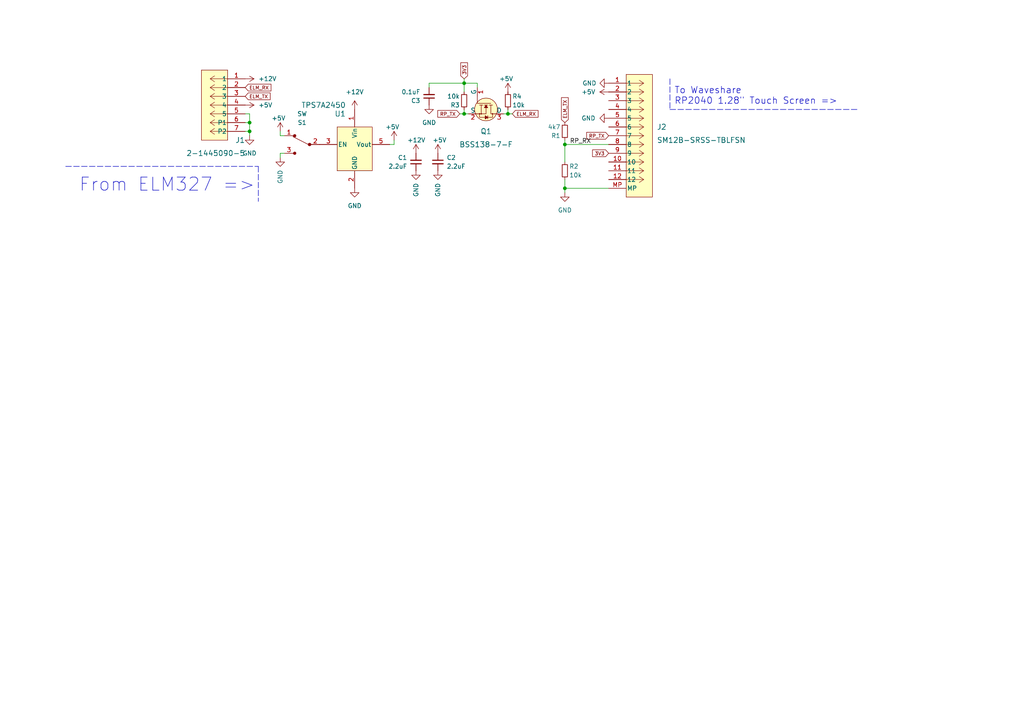
<source format=kicad_sch>
(kicad_sch (version 20211123) (generator eeschema)
  (paper "A4")
  (lib_symbols
    (symbol "AU:2-1445090-5" (pin_names (offset 0.254))
      (property "Reference" "J1" (at 0 -17.78 0))
      (property "Value" "2-1445090-5" (at 0 -21.59 0))
      (symbol "2-1445090-5_1_1"
        (polyline (pts (xy 10.16 -15.24) (xy 5.08 -15.24)) (stroke (width 0.127)))
        (polyline (pts (xy 10.16 -15.24) (xy 8.89 -16.0867)) (stroke (width 0.127)))
        (polyline (pts (xy 10.16 -15.24) (xy 8.89 -14.3933)) (stroke (width 0.127)))
        (polyline (pts (xy 10.16 -12.7) (xy 5.08 -12.7)) (stroke (width 0.127)))
        (polyline (pts (xy 10.16 -12.7) (xy 8.89 -13.5467)) (stroke (width 0.127)))
        (polyline (pts (xy 10.16 -12.7) (xy 8.89 -11.8533)) (stroke (width 0.127)))
        (polyline (pts (xy 10.16 -10.16) (xy 5.08 -10.16)) (stroke (width 0.127)))
        (polyline (pts (xy 10.16 -10.16) (xy 8.89 -11.0067)) (stroke (width 0.127)))
        (polyline (pts (xy 10.16 -10.16) (xy 8.89 -9.3133)) (stroke (width 0.127)))
        (polyline (pts (xy 10.16 -7.62) (xy 5.08 -7.62)) (stroke (width 0.127)))
        (polyline (pts (xy 10.16 -7.62) (xy 8.89 -8.4667)) (stroke (width 0.127)))
        (polyline (pts (xy 10.16 -7.62) (xy 8.89 -6.7733)) (stroke (width 0.127)))
        (polyline (pts (xy 10.16 -5.08) (xy 5.08 -5.08)) (stroke (width 0.127)))
        (polyline (pts (xy 10.16 -5.08) (xy 8.89 -5.9267)) (stroke (width 0.127)))
        (polyline (pts (xy 10.16 -5.08) (xy 8.89 -4.2333)) (stroke (width 0.127)))
        (polyline (pts (xy 10.16 -2.54) (xy 5.08 -2.54)) (stroke (width 0.127)))
        (polyline (pts (xy 10.16 -2.54) (xy 8.89 -3.3867)) (stroke (width 0.127)))
        (polyline (pts (xy 10.16 -2.54) (xy 8.89 -1.6933)) (stroke (width 0.127)))
        (polyline (pts (xy 10.16 0) (xy 5.08 0)) (stroke (width 0.127)))
        (polyline (pts (xy 10.16 0) (xy 8.89 -0.8467)) (stroke (width 0.127)))
        (polyline (pts (xy 10.16 0) (xy 8.89 0.8467)) (stroke (width 0.127)))
        (rectangle (start 5.08 -17.78) (end 12.7 2.54) (fill (type background)))
        (pin unspecified line (at 0 0 0) (length 5.08) (name "1") (number "1"))
        (pin unspecified line (at 0 -2.54 0) (length 5.08) (name "2") (number "2"))
        (pin unspecified line (at 0 -5.08 0) (length 5.08) (name "3") (number "3"))
        (pin unspecified line (at 0 -7.62 0) (length 5.08) (name "4") (number "4"))
        (pin unspecified line (at 0 -10.16 0) (length 5.08) (name "5") (number "5"))
        (pin unspecified line (at 0 -12.7 0) (length 5.08) (name "P1") (number "6"))
        (pin unspecified line (at 0 -15.24 0) (length 5.08) (name "P2") (number "7"))
      )
      (symbol "2-1445090-5_1_2"
        (polyline (pts (xy 5.08 -17.78) (xy 12.7 -17.78)) (stroke (width 0.127)))
        (polyline (pts (xy 5.08 2.54) (xy 5.08 -17.78)) (stroke (width 0.127)))
        (polyline (pts (xy 7.62 -15.24) (xy 5.08 -15.24)) (stroke (width 0.127)))
        (polyline (pts (xy 7.62 -15.24) (xy 8.89 -16.0867)) (stroke (width 0.127)))
        (polyline (pts (xy 7.62 -15.24) (xy 8.89 -14.3933)) (stroke (width 0.127)))
        (polyline (pts (xy 7.62 -12.7) (xy 5.08 -12.7)) (stroke (width 0.127)))
        (polyline (pts (xy 7.62 -12.7) (xy 8.89 -13.5467)) (stroke (width 0.127)))
        (polyline (pts (xy 7.62 -12.7) (xy 8.89 -11.8533)) (stroke (width 0.127)))
        (polyline (pts (xy 7.62 -10.16) (xy 5.08 -10.16)) (stroke (width 0.127)))
        (polyline (pts (xy 7.62 -10.16) (xy 8.89 -11.0067)) (stroke (width 0.127)))
        (polyline (pts (xy 7.62 -10.16) (xy 8.89 -9.3133)) (stroke (width 0.127)))
        (polyline (pts (xy 7.62 -7.62) (xy 5.08 -7.62)) (stroke (width 0.127)))
        (polyline (pts (xy 7.62 -7.62) (xy 8.89 -8.4667)) (stroke (width 0.127)))
        (polyline (pts (xy 7.62 -7.62) (xy 8.89 -6.7733)) (stroke (width 0.127)))
        (polyline (pts (xy 7.62 -5.08) (xy 5.08 -5.08)) (stroke (width 0.127)))
        (polyline (pts (xy 7.62 -5.08) (xy 8.89 -5.9267)) (stroke (width 0.127)))
        (polyline (pts (xy 7.62 -5.08) (xy 8.89 -4.2333)) (stroke (width 0.127)))
        (polyline (pts (xy 7.62 -2.54) (xy 5.08 -2.54)) (stroke (width 0.127)))
        (polyline (pts (xy 7.62 -2.54) (xy 8.89 -3.3867)) (stroke (width 0.127)))
        (polyline (pts (xy 7.62 -2.54) (xy 8.89 -1.6933)) (stroke (width 0.127)))
        (polyline (pts (xy 7.62 0) (xy 5.08 0)) (stroke (width 0.127)))
        (polyline (pts (xy 7.62 0) (xy 8.89 -0.8467)) (stroke (width 0.127)))
        (polyline (pts (xy 7.62 0) (xy 8.89 0.8467)) (stroke (width 0.127)))
        (polyline (pts (xy 12.7 -17.78) (xy 12.7 2.54)) (stroke (width 0.127)))
        (polyline (pts (xy 12.7 2.54) (xy 5.08 2.54)) (stroke (width 0.127)))
        (pin unspecified line (at 0 0 0) (length 5.08) (name "1") (number "1"))
        (pin unspecified line (at 0 -2.54 0) (length 5.08) (name "2") (number "2"))
        (pin unspecified line (at 0 -5.08 0) (length 5.08) (name "3") (number "3"))
        (pin unspecified line (at 0 -7.62 0) (length 5.08) (name "4") (number "4"))
        (pin unspecified line (at 0 -10.16 0) (length 5.08) (name "5") (number "5"))
        (pin unspecified line (at 0 -12.7 0) (length 5.08) (name "P1") (number "P1"))
        (pin unspecified line (at 0 -15.24 0) (length 5.08) (name "P2") (number "P2"))
      )
    )
    (symbol "AU:SM12B-SRSS-TBLFSN" (pin_names (offset 0.254))
      (property "Reference" "J" (at 8.89 6.35 0))
      (property "Value" "SM12B-SRSS-TBLFSN" (at 0 0 0))
      (symbol "SM12B-SRSS-TBLFSN_1_1"
        (polyline (pts (xy 10.16 -27.94) (xy 5.08 -27.94)) (stroke (width 0.127)))
        (polyline (pts (xy 10.16 -27.94) (xy 8.89 -28.7867)) (stroke (width 0.127)))
        (polyline (pts (xy 10.16 -27.94) (xy 8.89 -27.0933)) (stroke (width 0.127)))
        (polyline (pts (xy 10.16 -25.4) (xy 5.08 -25.4)) (stroke (width 0.127)))
        (polyline (pts (xy 10.16 -25.4) (xy 8.89 -26.2467)) (stroke (width 0.127)))
        (polyline (pts (xy 10.16 -25.4) (xy 8.89 -24.5533)) (stroke (width 0.127)))
        (polyline (pts (xy 10.16 -22.86) (xy 5.08 -22.86)) (stroke (width 0.127)))
        (polyline (pts (xy 10.16 -22.86) (xy 8.89 -23.7067)) (stroke (width 0.127)))
        (polyline (pts (xy 10.16 -22.86) (xy 8.89 -22.0133)) (stroke (width 0.127)))
        (polyline (pts (xy 10.16 -20.32) (xy 5.08 -20.32)) (stroke (width 0.127)))
        (polyline (pts (xy 10.16 -20.32) (xy 8.89 -21.1667)) (stroke (width 0.127)))
        (polyline (pts (xy 10.16 -20.32) (xy 8.89 -19.4733)) (stroke (width 0.127)))
        (polyline (pts (xy 10.16 -17.78) (xy 5.08 -17.78)) (stroke (width 0.127)))
        (polyline (pts (xy 10.16 -17.78) (xy 8.89 -18.6267)) (stroke (width 0.127)))
        (polyline (pts (xy 10.16 -17.78) (xy 8.89 -16.9333)) (stroke (width 0.127)))
        (polyline (pts (xy 10.16 -15.24) (xy 5.08 -15.24)) (stroke (width 0.127)))
        (polyline (pts (xy 10.16 -15.24) (xy 8.89 -16.0867)) (stroke (width 0.127)))
        (polyline (pts (xy 10.16 -15.24) (xy 8.89 -14.3933)) (stroke (width 0.127)))
        (polyline (pts (xy 10.16 -12.7) (xy 5.08 -12.7)) (stroke (width 0.127)))
        (polyline (pts (xy 10.16 -12.7) (xy 8.89 -13.5467)) (stroke (width 0.127)))
        (polyline (pts (xy 10.16 -12.7) (xy 8.89 -11.8533)) (stroke (width 0.127)))
        (polyline (pts (xy 10.16 -10.16) (xy 5.08 -10.16)) (stroke (width 0.127)))
        (polyline (pts (xy 10.16 -10.16) (xy 8.89 -11.0067)) (stroke (width 0.127)))
        (polyline (pts (xy 10.16 -10.16) (xy 8.89 -9.3133)) (stroke (width 0.127)))
        (polyline (pts (xy 10.16 -7.62) (xy 5.08 -7.62)) (stroke (width 0.127)))
        (polyline (pts (xy 10.16 -7.62) (xy 8.89 -8.4667)) (stroke (width 0.127)))
        (polyline (pts (xy 10.16 -7.62) (xy 8.89 -6.7733)) (stroke (width 0.127)))
        (polyline (pts (xy 10.16 -5.08) (xy 5.08 -5.08)) (stroke (width 0.127)))
        (polyline (pts (xy 10.16 -5.08) (xy 8.89 -5.9267)) (stroke (width 0.127)))
        (polyline (pts (xy 10.16 -5.08) (xy 8.89 -4.2333)) (stroke (width 0.127)))
        (polyline (pts (xy 10.16 -2.54) (xy 5.08 -2.54)) (stroke (width 0.127)))
        (polyline (pts (xy 10.16 -2.54) (xy 8.89 -3.3867)) (stroke (width 0.127)))
        (polyline (pts (xy 10.16 -2.54) (xy 8.89 -1.6933)) (stroke (width 0.127)))
        (polyline (pts (xy 10.16 0) (xy 5.08 0)) (stroke (width 0.127)))
        (polyline (pts (xy 10.16 0) (xy 8.89 -0.8467)) (stroke (width 0.127)))
        (polyline (pts (xy 10.16 0) (xy 8.89 0.8467)) (stroke (width 0.127)))
        (rectangle (start 5.08 2.54) (end 12.7 -33.02) (fill (type background)))
        (pin unspecified line (at 0 0 0) (length 5.08) (name "1") (number "1"))
        (pin unspecified line (at 0 -22.86 0) (length 5.08) (name "10") (number "10"))
        (pin unspecified line (at 0 -25.4 0) (length 5.08) (name "11") (number "11"))
        (pin unspecified line (at 0 -27.94 0) (length 5.08) (name "12") (number "12"))
        (pin unspecified line (at 0 -2.54 0) (length 5.08) (name "2") (number "2"))
        (pin unspecified line (at 0 -5.08 0) (length 5.08) (name "3") (number "3"))
        (pin unspecified line (at 0 -7.62 0) (length 5.08) (name "4") (number "4"))
        (pin unspecified line (at 0 -10.16 0) (length 5.08) (name "5") (number "5"))
        (pin unspecified line (at 0 -12.7 0) (length 5.08) (name "6") (number "6"))
        (pin unspecified line (at 0 -15.24 0) (length 5.08) (name "7") (number "7"))
        (pin unspecified line (at 0 -17.78 0) (length 5.08) (name "8") (number "8"))
        (pin unspecified line (at 0 -20.32 0) (length 5.08) (name "9") (number "9"))
        (pin unspecified line (at 0 -30.48 0) (length 5.08) (name "MP") (number "MP"))
        (pin unspecified line (at 0 -30.48 0) (length 5.08) hide (name "MP") (number "MP"))
      )
      (symbol "SM12B-SRSS-TBLFSN_1_2"
        (polyline (pts (xy 5.08 -30.48) (xy 12.7 -30.48)) (stroke (width 0.127)))
        (polyline (pts (xy 5.08 2.54) (xy 5.08 -30.48)) (stroke (width 0.127)))
        (polyline (pts (xy 7.62 -27.94) (xy 5.08 -27.94)) (stroke (width 0.127)))
        (polyline (pts (xy 7.62 -27.94) (xy 8.89 -28.7867)) (stroke (width 0.127)))
        (polyline (pts (xy 7.62 -27.94) (xy 8.89 -27.0933)) (stroke (width 0.127)))
        (polyline (pts (xy 7.62 -25.4) (xy 5.08 -25.4)) (stroke (width 0.127)))
        (polyline (pts (xy 7.62 -25.4) (xy 8.89 -26.2467)) (stroke (width 0.127)))
        (polyline (pts (xy 7.62 -25.4) (xy 8.89 -24.5533)) (stroke (width 0.127)))
        (polyline (pts (xy 7.62 -22.86) (xy 5.08 -22.86)) (stroke (width 0.127)))
        (polyline (pts (xy 7.62 -22.86) (xy 8.89 -23.7067)) (stroke (width 0.127)))
        (polyline (pts (xy 7.62 -22.86) (xy 8.89 -22.0133)) (stroke (width 0.127)))
        (polyline (pts (xy 7.62 -20.32) (xy 5.08 -20.32)) (stroke (width 0.127)))
        (polyline (pts (xy 7.62 -20.32) (xy 8.89 -21.1667)) (stroke (width 0.127)))
        (polyline (pts (xy 7.62 -20.32) (xy 8.89 -19.4733)) (stroke (width 0.127)))
        (polyline (pts (xy 7.62 -17.78) (xy 5.08 -17.78)) (stroke (width 0.127)))
        (polyline (pts (xy 7.62 -17.78) (xy 8.89 -18.6267)) (stroke (width 0.127)))
        (polyline (pts (xy 7.62 -17.78) (xy 8.89 -16.9333)) (stroke (width 0.127)))
        (polyline (pts (xy 7.62 -15.24) (xy 5.08 -15.24)) (stroke (width 0.127)))
        (polyline (pts (xy 7.62 -15.24) (xy 8.89 -16.0867)) (stroke (width 0.127)))
        (polyline (pts (xy 7.62 -15.24) (xy 8.89 -14.3933)) (stroke (width 0.127)))
        (polyline (pts (xy 7.62 -12.7) (xy 5.08 -12.7)) (stroke (width 0.127)))
        (polyline (pts (xy 7.62 -12.7) (xy 8.89 -13.5467)) (stroke (width 0.127)))
        (polyline (pts (xy 7.62 -12.7) (xy 8.89 -11.8533)) (stroke (width 0.127)))
        (polyline (pts (xy 7.62 -10.16) (xy 5.08 -10.16)) (stroke (width 0.127)))
        (polyline (pts (xy 7.62 -10.16) (xy 8.89 -11.0067)) (stroke (width 0.127)))
        (polyline (pts (xy 7.62 -10.16) (xy 8.89 -9.3133)) (stroke (width 0.127)))
        (polyline (pts (xy 7.62 -7.62) (xy 5.08 -7.62)) (stroke (width 0.127)))
        (polyline (pts (xy 7.62 -7.62) (xy 8.89 -8.4667)) (stroke (width 0.127)))
        (polyline (pts (xy 7.62 -7.62) (xy 8.89 -6.7733)) (stroke (width 0.127)))
        (polyline (pts (xy 7.62 -5.08) (xy 5.08 -5.08)) (stroke (width 0.127)))
        (polyline (pts (xy 7.62 -5.08) (xy 8.89 -5.9267)) (stroke (width 0.127)))
        (polyline (pts (xy 7.62 -5.08) (xy 8.89 -4.2333)) (stroke (width 0.127)))
        (polyline (pts (xy 7.62 -2.54) (xy 5.08 -2.54)) (stroke (width 0.127)))
        (polyline (pts (xy 7.62 -2.54) (xy 8.89 -3.3867)) (stroke (width 0.127)))
        (polyline (pts (xy 7.62 -2.54) (xy 8.89 -1.6933)) (stroke (width 0.127)))
        (polyline (pts (xy 7.62 0) (xy 5.08 0)) (stroke (width 0.127)))
        (polyline (pts (xy 7.62 0) (xy 8.89 -0.8467)) (stroke (width 0.127)))
        (polyline (pts (xy 7.62 0) (xy 8.89 0.8467)) (stroke (width 0.127)))
        (polyline (pts (xy 12.7 -30.48) (xy 12.7 2.54)) (stroke (width 0.127)))
        (polyline (pts (xy 12.7 2.54) (xy 5.08 2.54)) (stroke (width 0.127)))
        (pin unspecified line (at 0 0 0) (length 5.08) (name "1") (number "1"))
        (pin unspecified line (at 0 -22.86 0) (length 5.08) (name "10") (number "10"))
        (pin unspecified line (at 0 -25.4 0) (length 5.08) (name "11") (number "11"))
        (pin unspecified line (at 0 -27.94 0) (length 5.08) (name "12") (number "12"))
        (pin unspecified line (at 0 -2.54 0) (length 5.08) (name "2") (number "2"))
        (pin unspecified line (at 0 -5.08 0) (length 5.08) (name "3") (number "3"))
        (pin unspecified line (at 0 -7.62 0) (length 5.08) (name "4") (number "4"))
        (pin unspecified line (at 0 -10.16 0) (length 5.08) (name "5") (number "5"))
        (pin unspecified line (at 0 -12.7 0) (length 5.08) (name "6") (number "6"))
        (pin unspecified line (at 0 -15.24 0) (length 5.08) (name "7") (number "7"))
        (pin unspecified line (at 0 -17.78 0) (length 5.08) (name "8") (number "8"))
        (pin unspecified line (at 0 -20.32 0) (length 5.08) (name "9") (number "9"))
      )
    )
    (symbol "AU:TPS7A2450" (pin_names (offset 0.254))
      (property "Reference" "U" (at -5.08 8.89 0))
      (property "Value" "TPS7A2450" (at 10.16 -6.35 0))
      (symbol "TPS7A2450_0_1"
        (pin unspecified line (at 0 12.7 270) (length 5.08) (name "Vin") (number "1"))
        (pin power_out line (at 0 -10.16 90) (length 5.08) (name "GND") (number "2"))
        (pin unspecified line (at -10.16 2.54 0) (length 5.08) (name "EN") (number "3"))
        (pin unspecified line (at 11.43 -2.54 180) (length 7.62) hide (name "NC") (number "4"))
        (pin output line (at 10.16 2.54 180) (length 5.08) (name "Vout") (number "5"))
      )
      (symbol "TPS7A2450_1_1"
        (rectangle (start -5.08 7.62) (end 5.08 -5.08) (fill (type background)))
      )
    )
    (symbol "Device:C_Small" (pin_numbers hide) (pin_names (offset 0.254) hide)
      (property "Reference" "C" (at 0.254 1.778 0))
      (property "Value" "C_Small" (at 0.254 -2.032 0))
      (symbol "C_Small_0_1"
        (polyline (pts (xy -1.524 -0.508) (xy 1.524 -0.508)) (stroke (width 0.3302)))
        (polyline (pts (xy -1.524 0.508) (xy 1.524 0.508)) (stroke (width 0.3048)))
      )
      (symbol "C_Small_1_1"
        (pin passive line (at 0 2.54 270) (length 2.032) (name "~") (number "1"))
        (pin passive line (at 0 -2.54 90) (length 2.032) (name "~") (number "2"))
      )
    )
    (symbol "Device:R_Small" (pin_numbers hide) (pin_names (offset 0.254) hide)
      (property "Reference" "R" (at 0.762 0.508 0))
      (property "Value" "R_Small" (at 0.762 -1.016 0))
      (symbol "R_Small_0_1"
        (rectangle (start -0.762 1.778) (end 0.762 -1.778) (stroke (width 0.2032)))
      )
      (symbol "R_Small_1_1"
        (pin passive line (at 0 2.54 270) (length 0.762) (name "~") (number "1"))
        (pin passive line (at 0 -2.54 90) (length 0.762) (name "~") (number "2"))
      )
    )
    (symbol "dk_Toggle-Switches:ATE1D-2M3-10-Z" (pin_names (offset 0) hide)
      (property "Reference" "S" (at -3.302 2.921 0))
      (property "Value" "ATE1D-2M3-10-Z" (at 0.127 -5.334 0))
      (symbol "ATE1D-2M3-10-Z_0_1"
        (circle (center -2.159 0) (radius 0.4064) (fill (type outline)))
        (polyline (pts (xy 2.667 2.286) (xy -1.778 0)))
        (circle (center 2.159 -2.54) (radius 0.381) (fill (type outline)))
        (circle (center 2.159 2.54) (radius 0.381) (fill (type outline)))
      )
      (symbol "ATE1D-2M3-10-Z_1_1"
        (pin passive line (at 5.08 2.54 180) (length 2.54) (name "~") (number "1"))
        (pin passive line (at -5.08 0 0) (length 2.54) (name "Com") (number "2"))
        (pin passive line (at 5.08 -2.54 180) (length 2.54) (name "~") (number "3"))
      )
    )
    (symbol "dk_Transistors-FETs-MOSFETs-Single:BSS138-7-F" (pin_names (offset 0))
      (property "Reference" "Q" (at -2.6924 3.6322 0))
      (property "Value" "BSS138-7-F" (at 3.4544 0 90))
      (symbol "BSS138-7-F_0_1"
        (circle (center -1.27 0) (radius 3.302) (fill (type background)))
        (circle (center 0 -1.905) (radius 0.127))
        (circle (center 0 -1.397) (radius 0.127))
        (polyline (pts (xy 0 -1.397) (xy -2.54 -1.397)))
        (polyline (pts (xy -5.08 -2.54) (xy -3.048 -2.54) (xy -3.048 1.397)))
        (polyline (pts (xy 0 -2.54) (xy 0 0) (xy -2.54 0)))
        (polyline (pts (xy 0 2.54) (xy 0 1.397) (xy -2.54 1.397)))
        (polyline (pts (xy -0.127 -1.905) (xy 1.016 -1.905) (xy 1.016 1.397) (xy 1.016 1.905) (xy -0.127 1.905)))
        (circle (center 0 1.905) (radius 0.127))
      )
      (symbol "BSS138-7-F_1_1"
        (polyline (pts (xy -2.54 -1.397) (xy -2.54 -1.905)))
        (polyline (pts (xy -2.54 -1.397) (xy -2.54 -0.889)))
        (polyline (pts (xy -2.54 0) (xy -2.54 -0.508)))
        (polyline (pts (xy -2.54 0) (xy -2.54 0.508)))
        (polyline (pts (xy -2.54 1.905) (xy -2.54 0.889)))
        (polyline (pts (xy 1.524 0.508) (xy 0.508 0.508)))
        (polyline (pts (xy -2.54 0) (xy -1.778 0.508) (xy -1.778 -0.508) (xy -2.54 0)) (fill (type outline)))
        (polyline (pts (xy 1.016 0.508) (xy 0.508 -0.254) (xy 1.524 -0.254) (xy 1.016 0.508)) (fill (type outline)))
        (pin bidirectional line (at -7.62 -2.54 0) (length 2.54) (name "G") (number "1"))
        (pin bidirectional line (at 0 -5.08 90) (length 2.54) (name "S") (number "2"))
        (pin bidirectional line (at 0 5.08 270) (length 2.54) (name "D") (number "3"))
      )
    )
    (symbol "power:+12V" (power) (pin_names (offset 0))
      (property "Value" "+12V" (at 0 3.556 0))
      (symbol "+12V_0_1"
        (polyline (pts (xy -0.762 1.27) (xy 0 2.54)))
        (polyline (pts (xy 0 0) (xy 0 2.54)))
        (polyline (pts (xy 0 2.54) (xy 0.762 1.27)))
      )
      (symbol "+12V_1_1"
        (pin power_in line (at 0 0 90) (length 0) hide (name "+12V") (number "1"))
      )
    )
    (symbol "power:+5V" (power) (pin_names (offset 0))
      (property "Value" "+5V" (at 0 3.556 0))
      (symbol "+5V_0_1"
        (polyline (pts (xy -0.762 1.27) (xy 0 2.54)))
        (polyline (pts (xy 0 0) (xy 0 2.54)))
        (polyline (pts (xy 0 2.54) (xy 0.762 1.27)))
      )
      (symbol "+5V_1_1"
        (pin power_in line (at 0 0 90) (length 0) hide (name "+5V") (number "1"))
      )
    )
    (symbol "power:GND" (power) (pin_names (offset 0))
      (property "Value" "GND" (at 0 -3.81 0))
      (symbol "GND_0_1"
        (polyline (pts (xy 0 0) (xy 0 -1.27) (xy 1.27 -1.27) (xy 0 -2.54) (xy -1.27 -1.27) (xy 0 -1.27)))
      )
      (symbol "GND_1_1"
        (pin power_in line (at 0 0 270) (length 0) hide (name "GND") (number "1"))
      )
    )
  )
  (junction (at 163.83 54.61))
  (junction (at 72.39 38.1))
  (junction (at 163.83 41.91))
  (junction (at 134.62 33.02))
  (junction (at 72.39 35.56))
  (junction (at 134.62 24.13))
  (junction (at 147.32 33.02))
  (wire (pts (xy 81.28 38.1) (xy 81.28 39.37)))
  (wire (pts (xy 163.83 54.61) (xy 176.53 54.61)))
  (wire (pts (xy 163.83 41.91) (xy 176.53 41.91)))
  (wire (pts (xy 134.62 33.02) (xy 135.89 33.02)))
  (wire (pts (xy 124.46 25.4) (xy 124.46 24.13)))
  (wire (pts (xy 147.32 33.02) (xy 148.59 33.02)))
  (polyline (pts (xy 194.31 22.86) (xy 194.31 31.75)))
  (wire (pts (xy 72.39 38.1) (xy 72.39 39.37)))
  (wire (pts (xy 71.12 38.1) (xy 72.39 38.1)))
  (wire (pts (xy 81.28 44.45) (xy 82.55 44.45)))
  (wire (pts (xy 163.83 41.91) (xy 163.83 46.99)))
  (wire (pts (xy 163.83 40.64) (xy 163.83 41.91)))
  (wire (pts (xy 71.12 35.56) (xy 72.39 35.56)))
  (wire (pts (xy 81.28 44.45) (xy 81.28 45.72)))
  (wire (pts (xy 163.83 55.88) (xy 163.83 54.61)))
  (wire (pts (xy 114.3 40.64) (xy 114.3 41.91)))
  (polyline (pts (xy 19.05 48.26) (xy 74.93 48.26)))
  (wire (pts (xy 163.83 52.07) (xy 163.83 54.61)))
  (polyline (pts (xy 74.93 48.26) (xy 74.93 58.42)))
  (wire (pts (xy 71.12 33.02) (xy 72.39 33.02)))
  (polyline (pts (xy 194.31 31.75) (xy 248.92 31.75)))
  (wire (pts (xy 114.3 41.91) (xy 113.03 41.91)))
  (wire (pts (xy 134.62 22.86) (xy 134.62 24.13)))
  (wire (pts (xy 72.39 35.56) (xy 72.39 38.1)))
  (wire (pts (xy 147.32 33.02) (xy 146.05 33.02)))
  (wire (pts (xy 81.28 39.37) (xy 82.55 39.37)))
  (wire (pts (xy 134.62 31.75) (xy 134.62 33.02)))
  (wire (pts (xy 124.46 24.13) (xy 134.62 24.13)))
  (wire (pts (xy 133.35 33.02) (xy 134.62 33.02)))
  (wire (pts (xy 147.32 31.75) (xy 147.32 33.02)))
  (wire (pts (xy 138.43 24.13) (xy 138.43 25.4)))
  (wire (pts (xy 134.62 24.13) (xy 138.43 24.13)))
  (wire (pts (xy 134.62 26.67) (xy 134.62 24.13)))
  (wire (pts (xy 72.39 33.02) (xy 72.39 35.56)))
  (text "To Waveshare\nRP2040 1.28\" Touch Screen =>" (at 195.58 30.48 0) (effects (font (size 1.9 1.9)) (justify left bottom)))
  (text "From ELM327 =>" (at 22.86 55.88 0) (effects (font (size 3.8 3.8)) (justify left bottom)))
  (label "RP_RX" (at 171.45 41.91 180))
  (global_label "ELM_TX" (shape input) (at 71.12 27.94 0) (effects (font (size 1 1))) (property "Intersheet References" "${INTERSHEET_REFS}" (effects hide)))
  (global_label "3V3" (shape input) (at 176.53 44.45 180) (effects (font (size 1 1))) (property "Intersheet References" "${INTERSHEET_REFS}" (effects hide)))
  (global_label "ELM_RX" (shape input) (at 148.59 33.02 0) (effects (font (size 1 1))) (property "Intersheet References" "${INTERSHEET_REFS}" (effects hide)))
  (global_label "ELM_TX" (shape input) (at 163.83 35.56 90) (effects (font (size 1 1))) (property "Intersheet References" "${INTERSHEET_REFS}" (effects hide)))
  (global_label "ELM_RX" (shape input) (at 71.12 25.4 0) (effects (font (size 1 1))) (property "Intersheet References" "${INTERSHEET_REFS}" (effects hide)))
  (global_label "RP_TX" (shape input) (at 133.35 33.02 180) (effects (font (size 1 1))) (property "Intersheet References" "${INTERSHEET_REFS}" (effects hide)))
  (global_label "RP_TX" (shape input) (at 176.53 39.37 180) (effects (font (size 1 1))) (property "Intersheet References" "${INTERSHEET_REFS}" (effects hide)))
  (global_label "3V3" (shape input) (at 134.62 22.86 90) (effects (font (size 1 1))) (property "Intersheet References" "${INTERSHEET_REFS}" (effects hide)))
  (symbol (lib_id "power:+5V") (at 147.32 26.67 0) (unit 1)
    (property "Reference" "#PWR0111" (effects hide))
    (property "Value" "+5V" (at 144.78 22.86 0) (effects (justify left)))
  )
  (symbol (lib_id "Device:C_Small") (at 120.65 46.99 0) (mirror x) (unit 1)
    (property "Reference" "C1" (at 118.11 45.72 0) (effects (justify right)))
    (property "Value" "2.2uF" (at 118.11 48.26 0) (effects (justify right)))
    (property "Footprint" "Capacitor_SMD:C_0402_1005Metric" (effects hide))
  )
  (symbol (lib_id "power:+12V") (at 120.65 44.45 0) (unit 1)
    (property "Reference" "#PWR0105" (effects hide))
    (property "Value" "+12V" (at 118.11 40.64 0) (effects (justify left)))
  )
  (symbol (lib_id "power:GND") (at 176.53 34.29 270) (unit 1)
    (property "Reference" "#PWR07" (effects hide))
    (property "Value" "GND" (at 172.72 34.2899 90) (effects (justify right)))
  )
  (symbol (lib_id "power:GND") (at 124.46 30.48 0) (unit 1)
    (property "Reference" "#PWR0110" (effects hide))
    (property "Value" "GND" (at 124.46 35.56 0))
  )
  (symbol (lib_id "power:+12V") (at 71.12 22.86 270) (unit 1)
    (property "Reference" "#PWR0106" (effects hide))
    (property "Value" "+12V" (at 74.93 22.8599 90) (effects (justify left)))
  )
  (symbol (lib_id "power:GND") (at 81.28 45.72 0) (unit 1)
    (property "Reference" "#PWR0101" (effects hide))
    (property "Value" "GND" (at 81.28 53.34 90) (effects (justify left)))
  )
  (symbol (lib_id "power:GND") (at 163.83 55.88 0) (unit 1)
    (property "Reference" "#PWR0108" (effects hide))
    (property "Value" "GND" (at 163.83 60.96 0))
  )
  (symbol (lib_id "power:+5V") (at 127 44.45 0) (mirror y) (unit 1)
    (property "Reference" "#PWR0104" (effects hide))
    (property "Value" "+5V" (at 129.54 40.64 0) (effects (justify left)))
  )
  (symbol (lib_id "power:+5V") (at 71.12 30.48 270) (unit 1)
    (property "Reference" "#PWR01" (effects hide))
    (property "Value" "+5V" (at 74.93 30.4799 90) (effects (justify left)))
  )
  (symbol (lib_id "power:GND") (at 72.39 39.37 0) (unit 1)
    (property "Reference" "#PWR0109" (effects hide))
    (property "Value" "GND" (at 72.39 44.45 0))
  )
  (symbol (lib_id "Device:R_Small") (at 147.32 29.21 180) (unit 1)
    (property "Reference" "R4" (at 148.59 27.94 0) (effects (justify right)))
    (property "Value" "10k" (at 148.59 30.48 0) (effects (justify right)))
    (property "Footprint" "Resistor_SMD:R_0402_1005Metric" (effects hide))
  )
  (symbol (lib_id "Device:R_Small") (at 163.83 49.53 180) (unit 1)
    (property "Reference" "R2" (at 165.1 48.26 0) (effects (justify right)))
    (property "Value" "10k" (at 165.1 50.8 0) (effects (justify right)))
    (property "Footprint" "Resistor_SMD:R_0402_1005Metric" (effects hide))
  )
  (symbol (lib_id "Device:R_Small") (at 134.62 29.21 0) (unit 1)
    (property "Reference" "R3" (at 133.35 30.48 0) (effects (justify right)))
    (property "Value" "10k" (at 133.35 27.94 0) (effects (justify right)))
    (property "Footprint" "Resistor_SMD:R_0402_1005Metric" (effects hide))
  )
  (symbol (lib_id "power:GND") (at 120.65 49.53 0) (unit 1)
    (property "Reference" "#PWR0103" (effects hide))
    (property "Value" "GND" (at 120.65 57.15 90) (effects (justify left)))
  )
  (symbol (lib_id "power:+12V") (at 102.87 31.75 0) (unit 1)
    (property "Reference" "#PWR03" (effects hide))
    (property "Value" "+12V" (at 102.87 26.67 0))
  )
  (symbol (lib_id "power:+5V") (at 176.53 26.67 90) (unit 1)
    (property "Reference" "#PWR05" (effects hide))
    (property "Value" "+5V" (at 172.72 26.6699 90) (effects (justify left)))
  )
  (symbol (lib_id "power:GND") (at 176.53 24.13 270) (unit 1)
    (property "Reference" "#PWR06" (effects hide))
    (property "Value" "GND" (at 168.91 24.13 90) (effects (justify left)))
  )
  (symbol (lib_id "power:+5V") (at 114.3 40.64 0) (unit 1)
    (property "Reference" "#PWR0107" (effects hide))
    (property "Value" "+5V" (at 111.76 36.83 0) (effects (justify left)))
  )
  (symbol (lib_id "AU:TPS7A2450") (at 102.87 44.45 0) (unit 1)
    (property "Reference" "U1" (at 100.33 33.02 0) (effects (font (size 1.524 1.524)) (justify right)))
    (property "Value" "TPS7A2450" (at 100.33 30.48 0) (effects (font (size 1.524 1.524)) (justify right)))
    (property "Footprint" "AU:SOT_50DBVR" (effects hide))
  )
  (symbol (lib_id "power:GND") (at 102.87 54.61 0) (unit 1)
    (property "Reference" "#PWR04" (effects hide))
    (property "Value" "GND" (at 102.87 59.69 0))
  )
  (symbol (lib_id "dk_Transistors-FETs-MOSFETs-Single:BSS138-7-F") (at 140.97 33.02 270) (unit 1)
    (property "Reference" "Q1" (at 140.97 38.1 90) (effects (font (size 1.524 1.524))))
    (property "Value" "BSS138-7-F" (at 140.97 41.91 90) (effects (font (size 1.524 1.524))))
    (property "Footprint" "digikey-footprints:SOT-323" (effects hide))
    (property "Datasheet" "https://www.diodes.com/assets/Datasheets/ds30144.pdf" (effects hide))
    (property "Digi-Key_PN" "BSS138-FDICT-ND" (effects hide))
    (property "MPN" "BSS138-7-F" (effects hide))
    (property "Category" "Discrete Semiconductor Products" (effects hide))
    (property "Family" "Transistors - FETs, MOSFETs - Single" (effects hide))
    (property "DK_Datasheet_Link" "https://www.diodes.com/assets/Datasheets/ds30144.pdf" (effects hide))
    (property "DK_Detail_Page" "/product-detail/en/diodes-incorporated/BSS138-7-F/BSS138-FDICT-ND/717843" (effects hide))
    (property "Description" "MOSFET N-CH 50V 200MA SOT23-3" (effects hide))
    (property "Manufacturer" "Diodes Incorporated" (effects hide))
    (property "Status" "Active" (effects hide))
  )
  (symbol (lib_id "Device:C_Small") (at 127 46.99 0) (unit 1)
    (property "Reference" "C2" (at 129.54 45.72 0) (effects (justify left)))
    (property "Value" "2.2uF" (at 129.54 48.26 0) (effects (justify left)))
    (property "Footprint" "Capacitor_SMD:C_0402_1005Metric" (effects hide))
  )
  (symbol (lib_id "power:GND") (at 127 49.53 0) (mirror y) (unit 1)
    (property "Reference" "#PWR0102" (effects hide))
    (property "Value" "GND" (at 127 57.15 90) (effects (justify left)))
  )
  (symbol (lib_id "power:+5V") (at 81.28 38.1 0) (unit 1)
    (property "Reference" "#PWR02" (effects hide))
    (property "Value" "+5V" (at 78.74 34.29 0) (effects (justify left)))
  )
  (symbol (lib_id "AU:SM12B-SRSS-TBLFSN") (at 176.53 24.13 0) (unit 1)
    (property "Reference" "J2" (at 190.5 36.83 0) (effects (font (size 1.524 1.524)) (justify left)))
    (property "Value" "SM12B-SRSS-TBLFSN" (at 190.5 40.64 0) (effects (font (size 1.524 1.524)) (justify left)))
    (property "Footprint" "Connector_JST:JST_SH_SM12B-SRSS-TB_1x12-1MP_P1.00mm_Horizontal" (effects hide))
    (property "Datasheet" "SM12B-SRSS-TBLFSN" (effects hide))
  )
  (symbol (lib_id "Device:R_Small") (at 163.83 38.1 180) (unit 1)
    (property "Reference" "R1" (at 162.56 39.37 0) (effects (justify left)))
    (property "Value" "4k7" (at 162.56 36.83 0) (effects (justify left)))
    (property "Footprint" "Resistor_SMD:R_0402_1005Metric" (effects hide))
  )
  (symbol (lib_id "AU:2-1445090-5") (at 71.12 22.86 0) (mirror y) (unit 1)
    (property "Reference" "J1" (at 71.12 40.64 0) (effects (font (size 1.524 1.524)) (justify left)))
    (property "Value" "2-1445090-5" (at 71.12 44.45 0) (effects (font (size 1.524 1.524)) (justify left)))
    (property "Footprint" "AU:43650-004_05_MOL" (effects hide))
    (property "MPN" "2-1445090-5" (effects hide))
    (property "Manufacturer" "TE" (effects hide))
  )
  (symbol (lib_id "Device:C_Small") (at 124.46 27.94 180) (unit 1)
    (property "Reference" "C3" (at 121.92 29.21 0) (effects (justify left)))
    (property "Value" "0.1uF" (at 121.92 26.67 0) (effects (justify left)))
    (property "Footprint" "Capacitor_SMD:C_0402_1005Metric" (effects hide))
  )
  (symbol (lib_id "dk_Toggle-Switches:ATE1D-2M3-10-Z") (at 87.63 41.91 0) (mirror y) (unit 1)
    (property "Reference" "S1" (at 87.63 35.56 0))
    (property "Value" "SW" (at 87.63 33.02 0))
    (property "Footprint" "Button_Switch_SMD:SW_SPDT_PCM12" (effects hide))
    (property "MPN" "EG1215AA" (effects hide))
    (property "Manufacturer" "E-Switch" (effects hide))
  )
)
</source>
